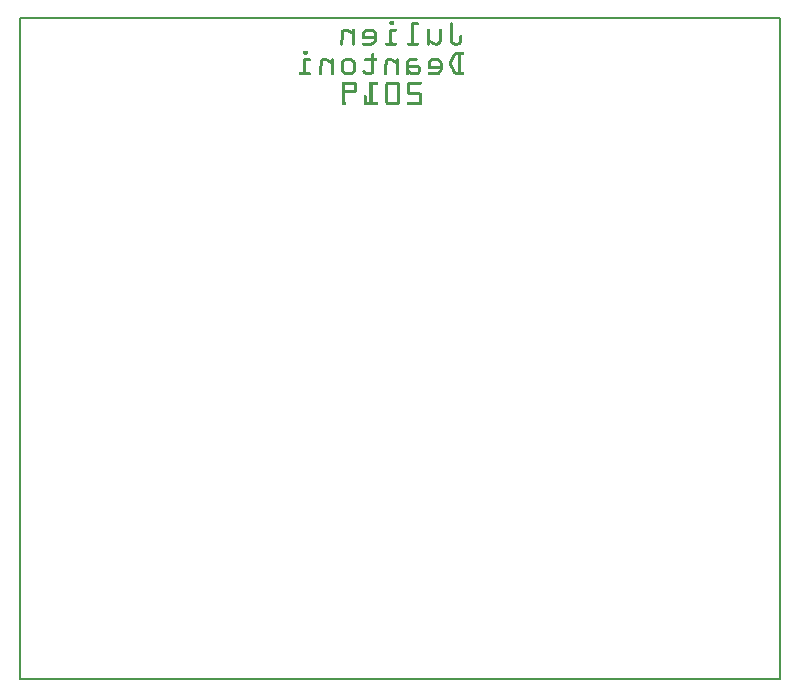
<source format=gbo>
G04 MADE WITH FRITZING*
G04 WWW.FRITZING.ORG*
G04 DOUBLE SIDED*
G04 HOLES PLATED*
G04 CONTOUR ON CENTER OF CONTOUR VECTOR*
%ASAXBY*%
%FSLAX23Y23*%
%MOIN*%
%OFA0B0*%
%SFA1.0B1.0*%
%ADD10R,2.542440X2.211660X2.526440X2.195660*%
%ADD11C,0.008000*%
%ADD12R,0.001000X0.001000*%
%LNSILK0*%
G90*
G70*
G54D11*
X4Y2208D02*
X2538Y2208D01*
X2538Y4D01*
X4Y4D01*
X4Y2208D01*
D02*
G54D12*
X1238Y2197D02*
X1247Y2197D01*
X1237Y2196D02*
X1248Y2196D01*
X1236Y2195D02*
X1249Y2195D01*
X1236Y2194D02*
X1249Y2194D01*
X1235Y2193D02*
X1249Y2193D01*
X1310Y2193D02*
X1329Y2193D01*
X1440Y2193D02*
X1444Y2193D01*
X1235Y2192D02*
X1249Y2192D01*
X1309Y2192D02*
X1330Y2192D01*
X1439Y2192D02*
X1445Y2192D01*
X1235Y2191D02*
X1249Y2191D01*
X1308Y2191D02*
X1331Y2191D01*
X1438Y2191D02*
X1446Y2191D01*
X1235Y2190D02*
X1249Y2190D01*
X1308Y2190D02*
X1331Y2190D01*
X1438Y2190D02*
X1446Y2190D01*
X1235Y2189D02*
X1249Y2189D01*
X1308Y2189D02*
X1332Y2189D01*
X1437Y2189D02*
X1446Y2189D01*
X1236Y2188D02*
X1249Y2188D01*
X1308Y2188D02*
X1332Y2188D01*
X1437Y2188D02*
X1446Y2188D01*
X1236Y2187D02*
X1249Y2187D01*
X1308Y2187D02*
X1331Y2187D01*
X1437Y2187D02*
X1446Y2187D01*
X1236Y2186D02*
X1249Y2186D01*
X1308Y2186D02*
X1331Y2186D01*
X1437Y2186D02*
X1446Y2186D01*
X1237Y2185D02*
X1248Y2185D01*
X1308Y2185D02*
X1330Y2185D01*
X1437Y2185D02*
X1446Y2185D01*
X1239Y2184D02*
X1246Y2184D01*
X1308Y2184D02*
X1328Y2184D01*
X1437Y2184D02*
X1446Y2184D01*
X1308Y2183D02*
X1317Y2183D01*
X1437Y2183D02*
X1446Y2183D01*
X1308Y2182D02*
X1317Y2182D01*
X1437Y2182D02*
X1446Y2182D01*
X1308Y2181D02*
X1317Y2181D01*
X1437Y2181D02*
X1446Y2181D01*
X1308Y2180D02*
X1317Y2180D01*
X1437Y2180D02*
X1446Y2180D01*
X1308Y2179D02*
X1317Y2179D01*
X1437Y2179D02*
X1446Y2179D01*
X1308Y2178D02*
X1317Y2178D01*
X1437Y2178D02*
X1446Y2178D01*
X1308Y2177D02*
X1317Y2177D01*
X1437Y2177D02*
X1446Y2177D01*
X1308Y2176D02*
X1317Y2176D01*
X1437Y2176D02*
X1446Y2176D01*
X1308Y2175D02*
X1317Y2175D01*
X1437Y2175D02*
X1446Y2175D01*
X1308Y2174D02*
X1317Y2174D01*
X1437Y2174D02*
X1446Y2174D01*
X1308Y2173D02*
X1317Y2173D01*
X1437Y2173D02*
X1446Y2173D01*
X1083Y2172D02*
X1096Y2172D01*
X1114Y2172D02*
X1117Y2172D01*
X1158Y2172D02*
X1177Y2172D01*
X1238Y2172D02*
X1256Y2172D01*
X1308Y2172D02*
X1317Y2172D01*
X1363Y2172D02*
X1366Y2172D01*
X1403Y2172D02*
X1406Y2172D01*
X1437Y2172D02*
X1446Y2172D01*
X1081Y2171D02*
X1098Y2171D01*
X1112Y2171D02*
X1118Y2171D01*
X1155Y2171D02*
X1180Y2171D01*
X1237Y2171D02*
X1258Y2171D01*
X1308Y2171D02*
X1317Y2171D01*
X1362Y2171D02*
X1368Y2171D01*
X1401Y2171D02*
X1407Y2171D01*
X1437Y2171D02*
X1446Y2171D01*
X1079Y2170D02*
X1100Y2170D01*
X1111Y2170D02*
X1119Y2170D01*
X1154Y2170D02*
X1182Y2170D01*
X1236Y2170D02*
X1259Y2170D01*
X1308Y2170D02*
X1317Y2170D01*
X1361Y2170D02*
X1368Y2170D01*
X1401Y2170D02*
X1408Y2170D01*
X1437Y2170D02*
X1446Y2170D01*
X1078Y2169D02*
X1102Y2169D01*
X1111Y2169D02*
X1119Y2169D01*
X1152Y2169D02*
X1183Y2169D01*
X1236Y2169D02*
X1259Y2169D01*
X1308Y2169D02*
X1317Y2169D01*
X1360Y2169D02*
X1369Y2169D01*
X1400Y2169D02*
X1409Y2169D01*
X1437Y2169D02*
X1446Y2169D01*
X1077Y2168D02*
X1103Y2168D01*
X1111Y2168D02*
X1120Y2168D01*
X1151Y2168D02*
X1184Y2168D01*
X1235Y2168D02*
X1259Y2168D01*
X1308Y2168D02*
X1317Y2168D01*
X1360Y2168D02*
X1369Y2168D01*
X1400Y2168D02*
X1409Y2168D01*
X1437Y2168D02*
X1446Y2168D01*
X1076Y2167D02*
X1105Y2167D01*
X1111Y2167D02*
X1120Y2167D01*
X1150Y2167D02*
X1185Y2167D01*
X1235Y2167D02*
X1259Y2167D01*
X1308Y2167D02*
X1317Y2167D01*
X1360Y2167D02*
X1369Y2167D01*
X1400Y2167D02*
X1409Y2167D01*
X1437Y2167D02*
X1446Y2167D01*
X1075Y2166D02*
X1107Y2166D01*
X1111Y2166D02*
X1120Y2166D01*
X1149Y2166D02*
X1187Y2166D01*
X1235Y2166D02*
X1259Y2166D01*
X1308Y2166D02*
X1317Y2166D01*
X1360Y2166D02*
X1369Y2166D01*
X1400Y2166D02*
X1409Y2166D01*
X1437Y2166D02*
X1446Y2166D01*
X1074Y2165D02*
X1108Y2165D01*
X1111Y2165D02*
X1120Y2165D01*
X1148Y2165D02*
X1188Y2165D01*
X1235Y2165D02*
X1259Y2165D01*
X1308Y2165D02*
X1317Y2165D01*
X1360Y2165D02*
X1369Y2165D01*
X1400Y2165D02*
X1409Y2165D01*
X1437Y2165D02*
X1446Y2165D01*
X1074Y2164D02*
X1120Y2164D01*
X1147Y2164D02*
X1188Y2164D01*
X1235Y2164D02*
X1258Y2164D01*
X1308Y2164D02*
X1317Y2164D01*
X1360Y2164D02*
X1369Y2164D01*
X1400Y2164D02*
X1409Y2164D01*
X1437Y2164D02*
X1446Y2164D01*
X1073Y2163D02*
X1120Y2163D01*
X1146Y2163D02*
X1189Y2163D01*
X1235Y2163D02*
X1256Y2163D01*
X1308Y2163D02*
X1317Y2163D01*
X1360Y2163D02*
X1369Y2163D01*
X1400Y2163D02*
X1409Y2163D01*
X1437Y2163D02*
X1446Y2163D01*
X1073Y2162D02*
X1084Y2162D01*
X1095Y2162D02*
X1120Y2162D01*
X1145Y2162D02*
X1159Y2162D01*
X1177Y2162D02*
X1190Y2162D01*
X1235Y2162D02*
X1244Y2162D01*
X1308Y2162D02*
X1317Y2162D01*
X1360Y2162D02*
X1369Y2162D01*
X1400Y2162D02*
X1409Y2162D01*
X1437Y2162D02*
X1446Y2162D01*
X1073Y2161D02*
X1083Y2161D01*
X1097Y2161D02*
X1120Y2161D01*
X1145Y2161D02*
X1157Y2161D01*
X1178Y2161D02*
X1190Y2161D01*
X1235Y2161D02*
X1244Y2161D01*
X1308Y2161D02*
X1317Y2161D01*
X1360Y2161D02*
X1369Y2161D01*
X1400Y2161D02*
X1409Y2161D01*
X1437Y2161D02*
X1446Y2161D01*
X1072Y2160D02*
X1082Y2160D01*
X1098Y2160D02*
X1120Y2160D01*
X1144Y2160D02*
X1156Y2160D01*
X1179Y2160D02*
X1191Y2160D01*
X1235Y2160D02*
X1244Y2160D01*
X1308Y2160D02*
X1317Y2160D01*
X1360Y2160D02*
X1369Y2160D01*
X1400Y2160D02*
X1409Y2160D01*
X1437Y2160D02*
X1446Y2160D01*
X1072Y2159D02*
X1082Y2159D01*
X1100Y2159D02*
X1120Y2159D01*
X1144Y2159D02*
X1155Y2159D01*
X1180Y2159D02*
X1191Y2159D01*
X1235Y2159D02*
X1244Y2159D01*
X1308Y2159D02*
X1317Y2159D01*
X1360Y2159D02*
X1369Y2159D01*
X1400Y2159D02*
X1409Y2159D01*
X1437Y2159D02*
X1446Y2159D01*
X1072Y2158D02*
X1081Y2158D01*
X1101Y2158D02*
X1120Y2158D01*
X1144Y2158D02*
X1154Y2158D01*
X1181Y2158D02*
X1192Y2158D01*
X1235Y2158D02*
X1244Y2158D01*
X1308Y2158D02*
X1317Y2158D01*
X1360Y2158D02*
X1369Y2158D01*
X1400Y2158D02*
X1409Y2158D01*
X1437Y2158D02*
X1446Y2158D01*
X1072Y2157D02*
X1081Y2157D01*
X1103Y2157D02*
X1120Y2157D01*
X1143Y2157D02*
X1153Y2157D01*
X1182Y2157D02*
X1192Y2157D01*
X1235Y2157D02*
X1244Y2157D01*
X1308Y2157D02*
X1317Y2157D01*
X1360Y2157D02*
X1369Y2157D01*
X1399Y2157D02*
X1409Y2157D01*
X1437Y2157D02*
X1446Y2157D01*
X1072Y2156D02*
X1081Y2156D01*
X1104Y2156D02*
X1120Y2156D01*
X1143Y2156D02*
X1153Y2156D01*
X1183Y2156D02*
X1192Y2156D01*
X1235Y2156D02*
X1244Y2156D01*
X1308Y2156D02*
X1317Y2156D01*
X1360Y2156D02*
X1369Y2156D01*
X1399Y2156D02*
X1408Y2156D01*
X1437Y2156D02*
X1446Y2156D01*
X1072Y2155D02*
X1081Y2155D01*
X1106Y2155D02*
X1120Y2155D01*
X1143Y2155D02*
X1152Y2155D01*
X1183Y2155D02*
X1192Y2155D01*
X1235Y2155D02*
X1244Y2155D01*
X1308Y2155D02*
X1317Y2155D01*
X1360Y2155D02*
X1369Y2155D01*
X1399Y2155D02*
X1408Y2155D01*
X1437Y2155D02*
X1446Y2155D01*
X1072Y2154D02*
X1081Y2154D01*
X1107Y2154D02*
X1120Y2154D01*
X1143Y2154D02*
X1152Y2154D01*
X1183Y2154D02*
X1192Y2154D01*
X1235Y2154D02*
X1244Y2154D01*
X1308Y2154D02*
X1317Y2154D01*
X1360Y2154D02*
X1369Y2154D01*
X1399Y2154D02*
X1408Y2154D01*
X1437Y2154D02*
X1446Y2154D01*
X1072Y2153D02*
X1081Y2153D01*
X1109Y2153D02*
X1120Y2153D01*
X1143Y2153D02*
X1152Y2153D01*
X1183Y2153D02*
X1192Y2153D01*
X1235Y2153D02*
X1244Y2153D01*
X1308Y2153D02*
X1317Y2153D01*
X1360Y2153D02*
X1369Y2153D01*
X1399Y2153D02*
X1408Y2153D01*
X1437Y2153D02*
X1446Y2153D01*
X1072Y2152D02*
X1081Y2152D01*
X1110Y2152D02*
X1120Y2152D01*
X1143Y2152D02*
X1152Y2152D01*
X1183Y2152D02*
X1192Y2152D01*
X1235Y2152D02*
X1244Y2152D01*
X1308Y2152D02*
X1317Y2152D01*
X1360Y2152D02*
X1369Y2152D01*
X1399Y2152D02*
X1408Y2152D01*
X1437Y2152D02*
X1446Y2152D01*
X1072Y2151D02*
X1081Y2151D01*
X1111Y2151D02*
X1120Y2151D01*
X1143Y2151D02*
X1152Y2151D01*
X1183Y2151D02*
X1192Y2151D01*
X1235Y2151D02*
X1244Y2151D01*
X1308Y2151D02*
X1317Y2151D01*
X1360Y2151D02*
X1369Y2151D01*
X1399Y2151D02*
X1408Y2151D01*
X1437Y2151D02*
X1446Y2151D01*
X1470Y2151D02*
X1473Y2151D01*
X1072Y2150D02*
X1081Y2150D01*
X1111Y2150D02*
X1120Y2150D01*
X1143Y2150D02*
X1152Y2150D01*
X1183Y2150D02*
X1192Y2150D01*
X1235Y2150D02*
X1244Y2150D01*
X1308Y2150D02*
X1317Y2150D01*
X1360Y2150D02*
X1369Y2150D01*
X1399Y2150D02*
X1408Y2150D01*
X1437Y2150D02*
X1446Y2150D01*
X1469Y2150D02*
X1475Y2150D01*
X1072Y2149D02*
X1081Y2149D01*
X1111Y2149D02*
X1120Y2149D01*
X1143Y2149D02*
X1152Y2149D01*
X1183Y2149D02*
X1192Y2149D01*
X1235Y2149D02*
X1244Y2149D01*
X1308Y2149D02*
X1317Y2149D01*
X1360Y2149D02*
X1369Y2149D01*
X1399Y2149D02*
X1408Y2149D01*
X1437Y2149D02*
X1446Y2149D01*
X1468Y2149D02*
X1475Y2149D01*
X1072Y2148D02*
X1081Y2148D01*
X1111Y2148D02*
X1120Y2148D01*
X1143Y2148D02*
X1152Y2148D01*
X1183Y2148D02*
X1192Y2148D01*
X1235Y2148D02*
X1244Y2148D01*
X1308Y2148D02*
X1317Y2148D01*
X1360Y2148D02*
X1369Y2148D01*
X1399Y2148D02*
X1408Y2148D01*
X1437Y2148D02*
X1446Y2148D01*
X1467Y2148D02*
X1476Y2148D01*
X1072Y2147D02*
X1081Y2147D01*
X1111Y2147D02*
X1120Y2147D01*
X1143Y2147D02*
X1192Y2147D01*
X1235Y2147D02*
X1244Y2147D01*
X1308Y2147D02*
X1317Y2147D01*
X1360Y2147D02*
X1369Y2147D01*
X1399Y2147D02*
X1408Y2147D01*
X1437Y2147D02*
X1446Y2147D01*
X1467Y2147D02*
X1476Y2147D01*
X1072Y2146D02*
X1081Y2146D01*
X1111Y2146D02*
X1120Y2146D01*
X1143Y2146D02*
X1192Y2146D01*
X1235Y2146D02*
X1244Y2146D01*
X1308Y2146D02*
X1317Y2146D01*
X1360Y2146D02*
X1369Y2146D01*
X1399Y2146D02*
X1408Y2146D01*
X1437Y2146D02*
X1446Y2146D01*
X1467Y2146D02*
X1476Y2146D01*
X1072Y2145D02*
X1081Y2145D01*
X1111Y2145D02*
X1120Y2145D01*
X1143Y2145D02*
X1192Y2145D01*
X1235Y2145D02*
X1244Y2145D01*
X1308Y2145D02*
X1317Y2145D01*
X1360Y2145D02*
X1369Y2145D01*
X1399Y2145D02*
X1408Y2145D01*
X1437Y2145D02*
X1446Y2145D01*
X1467Y2145D02*
X1476Y2145D01*
X1072Y2144D02*
X1081Y2144D01*
X1111Y2144D02*
X1120Y2144D01*
X1143Y2144D02*
X1192Y2144D01*
X1235Y2144D02*
X1244Y2144D01*
X1308Y2144D02*
X1317Y2144D01*
X1360Y2144D02*
X1369Y2144D01*
X1399Y2144D02*
X1408Y2144D01*
X1437Y2144D02*
X1446Y2144D01*
X1467Y2144D02*
X1476Y2144D01*
X1072Y2143D02*
X1081Y2143D01*
X1111Y2143D02*
X1120Y2143D01*
X1143Y2143D02*
X1192Y2143D01*
X1235Y2143D02*
X1244Y2143D01*
X1308Y2143D02*
X1317Y2143D01*
X1360Y2143D02*
X1369Y2143D01*
X1399Y2143D02*
X1408Y2143D01*
X1437Y2143D02*
X1446Y2143D01*
X1467Y2143D02*
X1476Y2143D01*
X1072Y2142D02*
X1081Y2142D01*
X1111Y2142D02*
X1120Y2142D01*
X1143Y2142D02*
X1192Y2142D01*
X1235Y2142D02*
X1244Y2142D01*
X1308Y2142D02*
X1317Y2142D01*
X1360Y2142D02*
X1369Y2142D01*
X1399Y2142D02*
X1408Y2142D01*
X1437Y2142D02*
X1446Y2142D01*
X1467Y2142D02*
X1476Y2142D01*
X1072Y2141D02*
X1081Y2141D01*
X1111Y2141D02*
X1120Y2141D01*
X1143Y2141D02*
X1192Y2141D01*
X1235Y2141D02*
X1244Y2141D01*
X1308Y2141D02*
X1317Y2141D01*
X1360Y2141D02*
X1369Y2141D01*
X1399Y2141D02*
X1408Y2141D01*
X1437Y2141D02*
X1446Y2141D01*
X1467Y2141D02*
X1476Y2141D01*
X1072Y2140D02*
X1081Y2140D01*
X1111Y2140D02*
X1120Y2140D01*
X1144Y2140D02*
X1192Y2140D01*
X1235Y2140D02*
X1244Y2140D01*
X1308Y2140D02*
X1317Y2140D01*
X1360Y2140D02*
X1369Y2140D01*
X1399Y2140D02*
X1408Y2140D01*
X1437Y2140D02*
X1446Y2140D01*
X1467Y2140D02*
X1476Y2140D01*
X1072Y2139D02*
X1081Y2139D01*
X1111Y2139D02*
X1120Y2139D01*
X1144Y2139D02*
X1192Y2139D01*
X1235Y2139D02*
X1244Y2139D01*
X1308Y2139D02*
X1317Y2139D01*
X1360Y2139D02*
X1369Y2139D01*
X1399Y2139D02*
X1408Y2139D01*
X1437Y2139D02*
X1446Y2139D01*
X1467Y2139D02*
X1476Y2139D01*
X1072Y2138D02*
X1081Y2138D01*
X1111Y2138D02*
X1120Y2138D01*
X1145Y2138D02*
X1192Y2138D01*
X1235Y2138D02*
X1244Y2138D01*
X1308Y2138D02*
X1317Y2138D01*
X1360Y2138D02*
X1369Y2138D01*
X1399Y2138D02*
X1408Y2138D01*
X1437Y2138D02*
X1446Y2138D01*
X1467Y2138D02*
X1476Y2138D01*
X1072Y2137D02*
X1081Y2137D01*
X1111Y2137D02*
X1120Y2137D01*
X1148Y2137D02*
X1192Y2137D01*
X1235Y2137D02*
X1244Y2137D01*
X1308Y2137D02*
X1317Y2137D01*
X1360Y2137D02*
X1369Y2137D01*
X1399Y2137D02*
X1408Y2137D01*
X1437Y2137D02*
X1446Y2137D01*
X1467Y2137D02*
X1476Y2137D01*
X1072Y2136D02*
X1081Y2136D01*
X1111Y2136D02*
X1120Y2136D01*
X1183Y2136D02*
X1192Y2136D01*
X1235Y2136D02*
X1244Y2136D01*
X1308Y2136D02*
X1317Y2136D01*
X1360Y2136D02*
X1370Y2136D01*
X1399Y2136D02*
X1408Y2136D01*
X1437Y2136D02*
X1446Y2136D01*
X1467Y2136D02*
X1476Y2136D01*
X1071Y2135D02*
X1081Y2135D01*
X1111Y2135D02*
X1120Y2135D01*
X1183Y2135D02*
X1192Y2135D01*
X1235Y2135D02*
X1244Y2135D01*
X1308Y2135D02*
X1317Y2135D01*
X1360Y2135D02*
X1371Y2135D01*
X1399Y2135D02*
X1408Y2135D01*
X1437Y2135D02*
X1446Y2135D01*
X1467Y2135D02*
X1476Y2135D01*
X1071Y2134D02*
X1080Y2134D01*
X1111Y2134D02*
X1120Y2134D01*
X1183Y2134D02*
X1192Y2134D01*
X1235Y2134D02*
X1244Y2134D01*
X1308Y2134D02*
X1317Y2134D01*
X1360Y2134D02*
X1373Y2134D01*
X1399Y2134D02*
X1408Y2134D01*
X1437Y2134D02*
X1446Y2134D01*
X1467Y2134D02*
X1476Y2134D01*
X1071Y2133D02*
X1080Y2133D01*
X1111Y2133D02*
X1120Y2133D01*
X1183Y2133D02*
X1192Y2133D01*
X1235Y2133D02*
X1244Y2133D01*
X1308Y2133D02*
X1317Y2133D01*
X1360Y2133D02*
X1374Y2133D01*
X1399Y2133D02*
X1408Y2133D01*
X1437Y2133D02*
X1446Y2133D01*
X1467Y2133D02*
X1476Y2133D01*
X1071Y2132D02*
X1080Y2132D01*
X1111Y2132D02*
X1120Y2132D01*
X1182Y2132D02*
X1192Y2132D01*
X1235Y2132D02*
X1244Y2132D01*
X1308Y2132D02*
X1317Y2132D01*
X1360Y2132D02*
X1376Y2132D01*
X1399Y2132D02*
X1408Y2132D01*
X1437Y2132D02*
X1446Y2132D01*
X1467Y2132D02*
X1476Y2132D01*
X1071Y2131D02*
X1080Y2131D01*
X1111Y2131D02*
X1120Y2131D01*
X1182Y2131D02*
X1192Y2131D01*
X1235Y2131D02*
X1244Y2131D01*
X1308Y2131D02*
X1317Y2131D01*
X1360Y2131D02*
X1377Y2131D01*
X1399Y2131D02*
X1408Y2131D01*
X1437Y2131D02*
X1446Y2131D01*
X1467Y2131D02*
X1476Y2131D01*
X1071Y2130D02*
X1080Y2130D01*
X1111Y2130D02*
X1120Y2130D01*
X1181Y2130D02*
X1192Y2130D01*
X1235Y2130D02*
X1244Y2130D01*
X1308Y2130D02*
X1317Y2130D01*
X1360Y2130D02*
X1379Y2130D01*
X1398Y2130D02*
X1408Y2130D01*
X1437Y2130D02*
X1447Y2130D01*
X1467Y2130D02*
X1476Y2130D01*
X1071Y2129D02*
X1080Y2129D01*
X1111Y2129D02*
X1120Y2129D01*
X1180Y2129D02*
X1191Y2129D01*
X1235Y2129D02*
X1244Y2129D01*
X1308Y2129D02*
X1317Y2129D01*
X1360Y2129D02*
X1381Y2129D01*
X1398Y2129D02*
X1408Y2129D01*
X1438Y2129D02*
X1447Y2129D01*
X1467Y2129D02*
X1476Y2129D01*
X1071Y2128D02*
X1080Y2128D01*
X1111Y2128D02*
X1120Y2128D01*
X1179Y2128D02*
X1191Y2128D01*
X1235Y2128D02*
X1244Y2128D01*
X1308Y2128D02*
X1317Y2128D01*
X1360Y2128D02*
X1382Y2128D01*
X1398Y2128D02*
X1407Y2128D01*
X1438Y2128D02*
X1448Y2128D01*
X1466Y2128D02*
X1476Y2128D01*
X1071Y2127D02*
X1080Y2127D01*
X1111Y2127D02*
X1120Y2127D01*
X1177Y2127D02*
X1190Y2127D01*
X1235Y2127D02*
X1244Y2127D01*
X1308Y2127D02*
X1317Y2127D01*
X1360Y2127D02*
X1384Y2127D01*
X1397Y2127D02*
X1407Y2127D01*
X1438Y2127D02*
X1448Y2127D01*
X1465Y2127D02*
X1476Y2127D01*
X1071Y2126D02*
X1080Y2126D01*
X1111Y2126D02*
X1120Y2126D01*
X1175Y2126D02*
X1190Y2126D01*
X1235Y2126D02*
X1245Y2126D01*
X1307Y2126D02*
X1317Y2126D01*
X1360Y2126D02*
X1385Y2126D01*
X1394Y2126D02*
X1407Y2126D01*
X1438Y2126D02*
X1451Y2126D01*
X1463Y2126D02*
X1475Y2126D01*
X1071Y2125D02*
X1080Y2125D01*
X1111Y2125D02*
X1120Y2125D01*
X1146Y2125D02*
X1189Y2125D01*
X1223Y2125D02*
X1257Y2125D01*
X1295Y2125D02*
X1329Y2125D01*
X1360Y2125D02*
X1407Y2125D01*
X1439Y2125D02*
X1475Y2125D01*
X1071Y2124D02*
X1080Y2124D01*
X1111Y2124D02*
X1120Y2124D01*
X1144Y2124D02*
X1188Y2124D01*
X1222Y2124D02*
X1258Y2124D01*
X1294Y2124D02*
X1330Y2124D01*
X1360Y2124D02*
X1406Y2124D01*
X1439Y2124D02*
X1474Y2124D01*
X1071Y2123D02*
X1080Y2123D01*
X1111Y2123D02*
X1120Y2123D01*
X1144Y2123D02*
X1187Y2123D01*
X1221Y2123D02*
X1259Y2123D01*
X1293Y2123D02*
X1331Y2123D01*
X1360Y2123D02*
X1369Y2123D01*
X1372Y2123D02*
X1405Y2123D01*
X1440Y2123D02*
X1474Y2123D01*
X1071Y2122D02*
X1080Y2122D01*
X1111Y2122D02*
X1120Y2122D01*
X1143Y2122D02*
X1186Y2122D01*
X1221Y2122D02*
X1259Y2122D01*
X1293Y2122D02*
X1331Y2122D01*
X1360Y2122D02*
X1369Y2122D01*
X1374Y2122D02*
X1405Y2122D01*
X1440Y2122D02*
X1473Y2122D01*
X1071Y2121D02*
X1080Y2121D01*
X1111Y2121D02*
X1120Y2121D01*
X1143Y2121D02*
X1185Y2121D01*
X1221Y2121D02*
X1259Y2121D01*
X1293Y2121D02*
X1332Y2121D01*
X1360Y2121D02*
X1369Y2121D01*
X1375Y2121D02*
X1404Y2121D01*
X1441Y2121D02*
X1472Y2121D01*
X1071Y2120D02*
X1080Y2120D01*
X1111Y2120D02*
X1120Y2120D01*
X1143Y2120D02*
X1184Y2120D01*
X1221Y2120D02*
X1259Y2120D01*
X1293Y2120D02*
X1332Y2120D01*
X1360Y2120D02*
X1369Y2120D01*
X1377Y2120D02*
X1403Y2120D01*
X1442Y2120D02*
X1471Y2120D01*
X1071Y2119D02*
X1080Y2119D01*
X1111Y2119D02*
X1119Y2119D01*
X1144Y2119D02*
X1183Y2119D01*
X1221Y2119D02*
X1259Y2119D01*
X1293Y2119D02*
X1331Y2119D01*
X1360Y2119D02*
X1369Y2119D01*
X1379Y2119D02*
X1402Y2119D01*
X1443Y2119D02*
X1470Y2119D01*
X1072Y2118D02*
X1079Y2118D01*
X1112Y2118D02*
X1119Y2118D01*
X1144Y2118D02*
X1181Y2118D01*
X1221Y2118D02*
X1258Y2118D01*
X1294Y2118D02*
X1331Y2118D01*
X1361Y2118D02*
X1368Y2118D01*
X1380Y2118D02*
X1400Y2118D01*
X1445Y2118D02*
X1469Y2118D01*
X1073Y2117D02*
X1078Y2117D01*
X1113Y2117D02*
X1118Y2117D01*
X1145Y2117D02*
X1179Y2117D01*
X1222Y2117D02*
X1257Y2117D01*
X1295Y2117D02*
X1330Y2117D01*
X1362Y2117D02*
X1367Y2117D01*
X1382Y2117D02*
X1399Y2117D01*
X1447Y2117D02*
X1467Y2117D01*
X1075Y2116D02*
X1076Y2116D01*
X1115Y2116D02*
X1116Y2116D01*
X1147Y2116D02*
X1176Y2116D01*
X1224Y2116D02*
X1256Y2116D01*
X1297Y2116D02*
X1328Y2116D01*
X1364Y2116D02*
X1365Y2116D01*
X1386Y2116D02*
X1395Y2116D01*
X1450Y2116D02*
X1464Y2116D01*
X951Y2099D02*
X959Y2099D01*
X950Y2098D02*
X961Y2098D01*
X949Y2097D02*
X961Y2097D01*
X948Y2096D02*
X962Y2096D01*
X948Y2095D02*
X962Y2095D01*
X1457Y2095D02*
X1480Y2095D01*
X948Y2094D02*
X962Y2094D01*
X1454Y2094D02*
X1481Y2094D01*
X948Y2093D02*
X962Y2093D01*
X1453Y2093D02*
X1482Y2093D01*
X948Y2092D02*
X962Y2092D01*
X1451Y2092D02*
X1483Y2092D01*
X948Y2091D02*
X962Y2091D01*
X1179Y2091D02*
X1180Y2091D01*
X1450Y2091D02*
X1483Y2091D01*
X948Y2090D02*
X962Y2090D01*
X1177Y2090D02*
X1182Y2090D01*
X1449Y2090D02*
X1483Y2090D01*
X948Y2089D02*
X962Y2089D01*
X1176Y2089D02*
X1183Y2089D01*
X1448Y2089D02*
X1483Y2089D01*
X949Y2088D02*
X962Y2088D01*
X1175Y2088D02*
X1184Y2088D01*
X1448Y2088D02*
X1482Y2088D01*
X949Y2087D02*
X961Y2087D01*
X1175Y2087D02*
X1184Y2087D01*
X1447Y2087D02*
X1482Y2087D01*
X951Y2086D02*
X960Y2086D01*
X1175Y2086D02*
X1184Y2086D01*
X1446Y2086D02*
X1481Y2086D01*
X1175Y2085D02*
X1184Y2085D01*
X1446Y2085D02*
X1458Y2085D01*
X1464Y2085D02*
X1473Y2085D01*
X1175Y2084D02*
X1184Y2084D01*
X1445Y2084D02*
X1456Y2084D01*
X1464Y2084D02*
X1473Y2084D01*
X1175Y2083D02*
X1184Y2083D01*
X1445Y2083D02*
X1455Y2083D01*
X1464Y2083D02*
X1473Y2083D01*
X1175Y2082D02*
X1184Y2082D01*
X1444Y2082D02*
X1455Y2082D01*
X1464Y2082D02*
X1473Y2082D01*
X1175Y2081D02*
X1184Y2081D01*
X1444Y2081D02*
X1454Y2081D01*
X1464Y2081D02*
X1473Y2081D01*
X1175Y2080D02*
X1184Y2080D01*
X1443Y2080D02*
X1454Y2080D01*
X1464Y2080D02*
X1473Y2080D01*
X1175Y2079D02*
X1184Y2079D01*
X1443Y2079D02*
X1453Y2079D01*
X1464Y2079D02*
X1473Y2079D01*
X1175Y2078D02*
X1184Y2078D01*
X1442Y2078D02*
X1453Y2078D01*
X1464Y2078D02*
X1473Y2078D01*
X1175Y2077D02*
X1184Y2077D01*
X1442Y2077D02*
X1452Y2077D01*
X1464Y2077D02*
X1473Y2077D01*
X1175Y2076D02*
X1184Y2076D01*
X1441Y2076D02*
X1452Y2076D01*
X1464Y2076D02*
X1473Y2076D01*
X1175Y2075D02*
X1184Y2075D01*
X1441Y2075D02*
X1451Y2075D01*
X1464Y2075D02*
X1473Y2075D01*
X952Y2074D02*
X968Y2074D01*
X1015Y2074D02*
X1023Y2074D01*
X1045Y2074D02*
X1045Y2074D01*
X1089Y2074D02*
X1104Y2074D01*
X1155Y2074D02*
X1190Y2074D01*
X1232Y2074D02*
X1240Y2074D01*
X1261Y2074D02*
X1262Y2074D01*
X1305Y2074D02*
X1324Y2074D01*
X1379Y2074D02*
X1394Y2074D01*
X1440Y2074D02*
X1451Y2074D01*
X1464Y2074D02*
X1473Y2074D01*
X950Y2073D02*
X970Y2073D01*
X1011Y2073D02*
X1027Y2073D01*
X1042Y2073D02*
X1047Y2073D01*
X1086Y2073D02*
X1109Y2073D01*
X1152Y2073D02*
X1192Y2073D01*
X1228Y2073D02*
X1244Y2073D01*
X1259Y2073D02*
X1264Y2073D01*
X1300Y2073D02*
X1327Y2073D01*
X1375Y2073D02*
X1398Y2073D01*
X1440Y2073D02*
X1450Y2073D01*
X1464Y2073D02*
X1473Y2073D01*
X949Y2072D02*
X971Y2072D01*
X1009Y2072D02*
X1029Y2072D01*
X1041Y2072D02*
X1048Y2072D01*
X1084Y2072D02*
X1111Y2072D01*
X1151Y2072D02*
X1193Y2072D01*
X1226Y2072D02*
X1246Y2072D01*
X1258Y2072D02*
X1265Y2072D01*
X1298Y2072D02*
X1328Y2072D01*
X1373Y2072D02*
X1400Y2072D01*
X1439Y2072D02*
X1450Y2072D01*
X1464Y2072D02*
X1473Y2072D01*
X949Y2071D02*
X972Y2071D01*
X1008Y2071D02*
X1031Y2071D01*
X1041Y2071D02*
X1049Y2071D01*
X1082Y2071D02*
X1112Y2071D01*
X1151Y2071D02*
X1193Y2071D01*
X1225Y2071D02*
X1248Y2071D01*
X1258Y2071D02*
X1266Y2071D01*
X1297Y2071D02*
X1328Y2071D01*
X1372Y2071D02*
X1401Y2071D01*
X1439Y2071D02*
X1449Y2071D01*
X1464Y2071D02*
X1473Y2071D01*
X948Y2070D02*
X972Y2070D01*
X1007Y2070D02*
X1032Y2070D01*
X1040Y2070D02*
X1049Y2070D01*
X1081Y2070D02*
X1113Y2070D01*
X1150Y2070D02*
X1194Y2070D01*
X1223Y2070D02*
X1249Y2070D01*
X1257Y2070D02*
X1266Y2070D01*
X1296Y2070D02*
X1328Y2070D01*
X1370Y2070D02*
X1402Y2070D01*
X1438Y2070D02*
X1449Y2070D01*
X1464Y2070D02*
X1473Y2070D01*
X948Y2069D02*
X972Y2069D01*
X1006Y2069D02*
X1034Y2069D01*
X1040Y2069D02*
X1049Y2069D01*
X1080Y2069D02*
X1114Y2069D01*
X1150Y2069D02*
X1194Y2069D01*
X1222Y2069D02*
X1251Y2069D01*
X1257Y2069D02*
X1266Y2069D01*
X1295Y2069D02*
X1328Y2069D01*
X1369Y2069D02*
X1404Y2069D01*
X1438Y2069D02*
X1448Y2069D01*
X1464Y2069D02*
X1473Y2069D01*
X948Y2068D02*
X972Y2068D01*
X1005Y2068D02*
X1035Y2068D01*
X1040Y2068D02*
X1049Y2068D01*
X1079Y2068D02*
X1116Y2068D01*
X1150Y2068D02*
X1194Y2068D01*
X1222Y2068D02*
X1252Y2068D01*
X1257Y2068D02*
X1266Y2068D01*
X1294Y2068D02*
X1328Y2068D01*
X1368Y2068D02*
X1405Y2068D01*
X1437Y2068D02*
X1448Y2068D01*
X1464Y2068D02*
X1473Y2068D01*
X948Y2067D02*
X972Y2067D01*
X1004Y2067D02*
X1037Y2067D01*
X1040Y2067D02*
X1049Y2067D01*
X1078Y2067D02*
X1117Y2067D01*
X1151Y2067D02*
X1193Y2067D01*
X1221Y2067D02*
X1254Y2067D01*
X1257Y2067D02*
X1266Y2067D01*
X1293Y2067D02*
X1328Y2067D01*
X1367Y2067D02*
X1406Y2067D01*
X1437Y2067D02*
X1447Y2067D01*
X1464Y2067D02*
X1473Y2067D01*
X948Y2066D02*
X971Y2066D01*
X1004Y2066D02*
X1049Y2066D01*
X1077Y2066D02*
X1118Y2066D01*
X1151Y2066D02*
X1193Y2066D01*
X1220Y2066D02*
X1255Y2066D01*
X1257Y2066D02*
X1266Y2066D01*
X1293Y2066D02*
X1327Y2066D01*
X1366Y2066D02*
X1407Y2066D01*
X1436Y2066D02*
X1447Y2066D01*
X1464Y2066D02*
X1473Y2066D01*
X948Y2065D02*
X970Y2065D01*
X1003Y2065D02*
X1049Y2065D01*
X1076Y2065D02*
X1118Y2065D01*
X1152Y2065D02*
X1192Y2065D01*
X1220Y2065D02*
X1266Y2065D01*
X1292Y2065D02*
X1326Y2065D01*
X1365Y2065D02*
X1408Y2065D01*
X1436Y2065D02*
X1446Y2065D01*
X1464Y2065D02*
X1473Y2065D01*
X948Y2064D02*
X958Y2064D01*
X1003Y2064D02*
X1016Y2064D01*
X1024Y2064D02*
X1049Y2064D01*
X1075Y2064D02*
X1090Y2064D01*
X1104Y2064D02*
X1119Y2064D01*
X1174Y2064D02*
X1184Y2064D01*
X1220Y2064D02*
X1233Y2064D01*
X1241Y2064D02*
X1266Y2064D01*
X1292Y2064D02*
X1305Y2064D01*
X1364Y2064D02*
X1379Y2064D01*
X1393Y2064D02*
X1408Y2064D01*
X1436Y2064D02*
X1446Y2064D01*
X1464Y2064D02*
X1473Y2064D01*
X948Y2063D02*
X957Y2063D01*
X1002Y2063D02*
X1013Y2063D01*
X1026Y2063D02*
X1049Y2063D01*
X1075Y2063D02*
X1087Y2063D01*
X1107Y2063D02*
X1120Y2063D01*
X1175Y2063D02*
X1184Y2063D01*
X1219Y2063D02*
X1230Y2063D01*
X1242Y2063D02*
X1266Y2063D01*
X1291Y2063D02*
X1302Y2063D01*
X1364Y2063D02*
X1376Y2063D01*
X1396Y2063D02*
X1409Y2063D01*
X1435Y2063D02*
X1445Y2063D01*
X1464Y2063D02*
X1473Y2063D01*
X948Y2062D02*
X957Y2062D01*
X1002Y2062D02*
X1012Y2062D01*
X1027Y2062D02*
X1049Y2062D01*
X1074Y2062D02*
X1086Y2062D01*
X1108Y2062D02*
X1120Y2062D01*
X1175Y2062D02*
X1184Y2062D01*
X1219Y2062D02*
X1229Y2062D01*
X1244Y2062D02*
X1266Y2062D01*
X1291Y2062D02*
X1301Y2062D01*
X1363Y2062D02*
X1375Y2062D01*
X1397Y2062D02*
X1409Y2062D01*
X1435Y2062D02*
X1445Y2062D01*
X1464Y2062D02*
X1473Y2062D01*
X948Y2061D02*
X957Y2061D01*
X1002Y2061D02*
X1011Y2061D01*
X1029Y2061D02*
X1049Y2061D01*
X1074Y2061D02*
X1085Y2061D01*
X1109Y2061D02*
X1121Y2061D01*
X1175Y2061D02*
X1184Y2061D01*
X1219Y2061D02*
X1228Y2061D01*
X1245Y2061D02*
X1266Y2061D01*
X1291Y2061D02*
X1301Y2061D01*
X1363Y2061D02*
X1374Y2061D01*
X1399Y2061D02*
X1410Y2061D01*
X1435Y2061D02*
X1444Y2061D01*
X1464Y2061D02*
X1473Y2061D01*
X948Y2060D02*
X957Y2060D01*
X1002Y2060D02*
X1011Y2060D01*
X1030Y2060D02*
X1049Y2060D01*
X1073Y2060D02*
X1084Y2060D01*
X1111Y2060D02*
X1121Y2060D01*
X1175Y2060D02*
X1184Y2060D01*
X1219Y2060D02*
X1228Y2060D01*
X1247Y2060D02*
X1266Y2060D01*
X1291Y2060D02*
X1300Y2060D01*
X1362Y2060D02*
X1373Y2060D01*
X1400Y2060D02*
X1410Y2060D01*
X1435Y2060D02*
X1444Y2060D01*
X1464Y2060D02*
X1473Y2060D01*
X948Y2059D02*
X957Y2059D01*
X1002Y2059D02*
X1011Y2059D01*
X1032Y2059D02*
X1049Y2059D01*
X1073Y2059D02*
X1083Y2059D01*
X1111Y2059D02*
X1121Y2059D01*
X1175Y2059D02*
X1184Y2059D01*
X1219Y2059D02*
X1228Y2059D01*
X1249Y2059D02*
X1266Y2059D01*
X1291Y2059D02*
X1300Y2059D01*
X1362Y2059D02*
X1372Y2059D01*
X1401Y2059D02*
X1410Y2059D01*
X1434Y2059D02*
X1444Y2059D01*
X1464Y2059D02*
X1473Y2059D01*
X948Y2058D02*
X957Y2058D01*
X1002Y2058D02*
X1011Y2058D01*
X1033Y2058D02*
X1049Y2058D01*
X1073Y2058D02*
X1082Y2058D01*
X1112Y2058D02*
X1121Y2058D01*
X1175Y2058D02*
X1184Y2058D01*
X1219Y2058D02*
X1228Y2058D01*
X1250Y2058D02*
X1266Y2058D01*
X1291Y2058D02*
X1300Y2058D01*
X1362Y2058D02*
X1372Y2058D01*
X1401Y2058D02*
X1410Y2058D01*
X1434Y2058D02*
X1444Y2058D01*
X1464Y2058D02*
X1473Y2058D01*
X948Y2057D02*
X957Y2057D01*
X1002Y2057D02*
X1011Y2057D01*
X1035Y2057D02*
X1049Y2057D01*
X1073Y2057D02*
X1082Y2057D01*
X1112Y2057D02*
X1121Y2057D01*
X1175Y2057D02*
X1184Y2057D01*
X1219Y2057D02*
X1228Y2057D01*
X1252Y2057D02*
X1266Y2057D01*
X1291Y2057D02*
X1300Y2057D01*
X1362Y2057D02*
X1371Y2057D01*
X1402Y2057D02*
X1411Y2057D01*
X1434Y2057D02*
X1443Y2057D01*
X1464Y2057D02*
X1473Y2057D01*
X948Y2056D02*
X957Y2056D01*
X1002Y2056D02*
X1011Y2056D01*
X1036Y2056D02*
X1049Y2056D01*
X1073Y2056D02*
X1082Y2056D01*
X1112Y2056D02*
X1122Y2056D01*
X1175Y2056D02*
X1184Y2056D01*
X1219Y2056D02*
X1228Y2056D01*
X1253Y2056D02*
X1266Y2056D01*
X1291Y2056D02*
X1300Y2056D01*
X1362Y2056D02*
X1371Y2056D01*
X1402Y2056D02*
X1411Y2056D01*
X1434Y2056D02*
X1443Y2056D01*
X1464Y2056D02*
X1473Y2056D01*
X948Y2055D02*
X957Y2055D01*
X1002Y2055D02*
X1011Y2055D01*
X1038Y2055D02*
X1049Y2055D01*
X1073Y2055D02*
X1082Y2055D01*
X1112Y2055D02*
X1122Y2055D01*
X1175Y2055D02*
X1184Y2055D01*
X1219Y2055D02*
X1228Y2055D01*
X1255Y2055D02*
X1266Y2055D01*
X1291Y2055D02*
X1300Y2055D01*
X1362Y2055D02*
X1371Y2055D01*
X1402Y2055D02*
X1411Y2055D01*
X1434Y2055D02*
X1443Y2055D01*
X1464Y2055D02*
X1473Y2055D01*
X948Y2054D02*
X957Y2054D01*
X1002Y2054D02*
X1011Y2054D01*
X1039Y2054D02*
X1049Y2054D01*
X1073Y2054D02*
X1082Y2054D01*
X1112Y2054D02*
X1122Y2054D01*
X1175Y2054D02*
X1184Y2054D01*
X1218Y2054D02*
X1228Y2054D01*
X1256Y2054D02*
X1266Y2054D01*
X1291Y2054D02*
X1300Y2054D01*
X1362Y2054D02*
X1371Y2054D01*
X1402Y2054D02*
X1411Y2054D01*
X1434Y2054D02*
X1444Y2054D01*
X1464Y2054D02*
X1473Y2054D01*
X948Y2053D02*
X957Y2053D01*
X1002Y2053D02*
X1011Y2053D01*
X1040Y2053D02*
X1049Y2053D01*
X1073Y2053D02*
X1082Y2053D01*
X1112Y2053D02*
X1122Y2053D01*
X1175Y2053D02*
X1184Y2053D01*
X1218Y2053D02*
X1228Y2053D01*
X1257Y2053D02*
X1266Y2053D01*
X1291Y2053D02*
X1300Y2053D01*
X1362Y2053D02*
X1371Y2053D01*
X1402Y2053D02*
X1411Y2053D01*
X1435Y2053D02*
X1444Y2053D01*
X1464Y2053D02*
X1473Y2053D01*
X948Y2052D02*
X957Y2052D01*
X1002Y2052D02*
X1011Y2052D01*
X1040Y2052D02*
X1049Y2052D01*
X1073Y2052D02*
X1082Y2052D01*
X1112Y2052D02*
X1122Y2052D01*
X1175Y2052D02*
X1184Y2052D01*
X1218Y2052D02*
X1228Y2052D01*
X1257Y2052D02*
X1266Y2052D01*
X1291Y2052D02*
X1329Y2052D01*
X1362Y2052D02*
X1371Y2052D01*
X1402Y2052D02*
X1411Y2052D01*
X1435Y2052D02*
X1444Y2052D01*
X1464Y2052D02*
X1473Y2052D01*
X948Y2051D02*
X957Y2051D01*
X1002Y2051D02*
X1011Y2051D01*
X1040Y2051D02*
X1049Y2051D01*
X1073Y2051D02*
X1082Y2051D01*
X1112Y2051D02*
X1122Y2051D01*
X1175Y2051D02*
X1184Y2051D01*
X1218Y2051D02*
X1227Y2051D01*
X1257Y2051D02*
X1266Y2051D01*
X1291Y2051D02*
X1331Y2051D01*
X1362Y2051D02*
X1371Y2051D01*
X1402Y2051D02*
X1411Y2051D01*
X1435Y2051D02*
X1445Y2051D01*
X1464Y2051D02*
X1473Y2051D01*
X948Y2050D02*
X957Y2050D01*
X1002Y2050D02*
X1011Y2050D01*
X1040Y2050D02*
X1049Y2050D01*
X1073Y2050D02*
X1082Y2050D01*
X1112Y2050D02*
X1122Y2050D01*
X1175Y2050D02*
X1184Y2050D01*
X1218Y2050D02*
X1227Y2050D01*
X1257Y2050D02*
X1266Y2050D01*
X1291Y2050D02*
X1332Y2050D01*
X1362Y2050D02*
X1371Y2050D01*
X1402Y2050D02*
X1411Y2050D01*
X1435Y2050D02*
X1445Y2050D01*
X1464Y2050D02*
X1473Y2050D01*
X948Y2049D02*
X957Y2049D01*
X1001Y2049D02*
X1011Y2049D01*
X1040Y2049D02*
X1049Y2049D01*
X1073Y2049D02*
X1082Y2049D01*
X1112Y2049D02*
X1122Y2049D01*
X1175Y2049D02*
X1184Y2049D01*
X1218Y2049D02*
X1227Y2049D01*
X1257Y2049D02*
X1266Y2049D01*
X1291Y2049D02*
X1334Y2049D01*
X1362Y2049D02*
X1371Y2049D01*
X1402Y2049D02*
X1411Y2049D01*
X1436Y2049D02*
X1445Y2049D01*
X1464Y2049D02*
X1473Y2049D01*
X948Y2048D02*
X957Y2048D01*
X1001Y2048D02*
X1011Y2048D01*
X1040Y2048D02*
X1049Y2048D01*
X1073Y2048D02*
X1082Y2048D01*
X1112Y2048D02*
X1122Y2048D01*
X1175Y2048D02*
X1184Y2048D01*
X1218Y2048D02*
X1227Y2048D01*
X1257Y2048D02*
X1266Y2048D01*
X1291Y2048D02*
X1335Y2048D01*
X1362Y2048D02*
X1411Y2048D01*
X1436Y2048D02*
X1446Y2048D01*
X1464Y2048D02*
X1473Y2048D01*
X948Y2047D02*
X957Y2047D01*
X1001Y2047D02*
X1010Y2047D01*
X1040Y2047D02*
X1049Y2047D01*
X1073Y2047D02*
X1082Y2047D01*
X1112Y2047D02*
X1122Y2047D01*
X1175Y2047D02*
X1184Y2047D01*
X1218Y2047D02*
X1227Y2047D01*
X1257Y2047D02*
X1266Y2047D01*
X1291Y2047D02*
X1335Y2047D01*
X1362Y2047D02*
X1411Y2047D01*
X1436Y2047D02*
X1447Y2047D01*
X1464Y2047D02*
X1473Y2047D01*
X948Y2046D02*
X957Y2046D01*
X1001Y2046D02*
X1010Y2046D01*
X1040Y2046D02*
X1049Y2046D01*
X1073Y2046D02*
X1082Y2046D01*
X1112Y2046D02*
X1122Y2046D01*
X1175Y2046D02*
X1184Y2046D01*
X1218Y2046D02*
X1227Y2046D01*
X1257Y2046D02*
X1266Y2046D01*
X1290Y2046D02*
X1336Y2046D01*
X1362Y2046D02*
X1411Y2046D01*
X1437Y2046D02*
X1447Y2046D01*
X1464Y2046D02*
X1473Y2046D01*
X948Y2045D02*
X957Y2045D01*
X1001Y2045D02*
X1010Y2045D01*
X1040Y2045D02*
X1049Y2045D01*
X1073Y2045D02*
X1082Y2045D01*
X1112Y2045D02*
X1122Y2045D01*
X1175Y2045D02*
X1184Y2045D01*
X1218Y2045D02*
X1227Y2045D01*
X1257Y2045D02*
X1266Y2045D01*
X1290Y2045D02*
X1337Y2045D01*
X1362Y2045D02*
X1411Y2045D01*
X1437Y2045D02*
X1448Y2045D01*
X1464Y2045D02*
X1473Y2045D01*
X948Y2044D02*
X957Y2044D01*
X1001Y2044D02*
X1010Y2044D01*
X1040Y2044D02*
X1049Y2044D01*
X1073Y2044D02*
X1082Y2044D01*
X1112Y2044D02*
X1122Y2044D01*
X1175Y2044D02*
X1184Y2044D01*
X1218Y2044D02*
X1227Y2044D01*
X1257Y2044D02*
X1266Y2044D01*
X1290Y2044D02*
X1337Y2044D01*
X1362Y2044D02*
X1411Y2044D01*
X1438Y2044D02*
X1448Y2044D01*
X1464Y2044D02*
X1473Y2044D01*
X948Y2043D02*
X957Y2043D01*
X1001Y2043D02*
X1010Y2043D01*
X1040Y2043D02*
X1049Y2043D01*
X1073Y2043D02*
X1082Y2043D01*
X1112Y2043D02*
X1122Y2043D01*
X1175Y2043D02*
X1184Y2043D01*
X1218Y2043D02*
X1227Y2043D01*
X1257Y2043D02*
X1266Y2043D01*
X1290Y2043D02*
X1338Y2043D01*
X1362Y2043D02*
X1411Y2043D01*
X1438Y2043D02*
X1449Y2043D01*
X1464Y2043D02*
X1473Y2043D01*
X948Y2042D02*
X957Y2042D01*
X1001Y2042D02*
X1010Y2042D01*
X1040Y2042D02*
X1049Y2042D01*
X1073Y2042D02*
X1082Y2042D01*
X1112Y2042D02*
X1122Y2042D01*
X1175Y2042D02*
X1184Y2042D01*
X1218Y2042D02*
X1227Y2042D01*
X1257Y2042D02*
X1266Y2042D01*
X1290Y2042D02*
X1302Y2042D01*
X1327Y2042D02*
X1338Y2042D01*
X1362Y2042D02*
X1411Y2042D01*
X1439Y2042D02*
X1449Y2042D01*
X1464Y2042D02*
X1473Y2042D01*
X948Y2041D02*
X957Y2041D01*
X1001Y2041D02*
X1010Y2041D01*
X1040Y2041D02*
X1049Y2041D01*
X1073Y2041D02*
X1082Y2041D01*
X1112Y2041D02*
X1122Y2041D01*
X1175Y2041D02*
X1184Y2041D01*
X1218Y2041D02*
X1227Y2041D01*
X1257Y2041D02*
X1266Y2041D01*
X1290Y2041D02*
X1301Y2041D01*
X1328Y2041D02*
X1338Y2041D01*
X1363Y2041D02*
X1411Y2041D01*
X1439Y2041D02*
X1450Y2041D01*
X1464Y2041D02*
X1473Y2041D01*
X948Y2040D02*
X957Y2040D01*
X1001Y2040D02*
X1010Y2040D01*
X1040Y2040D02*
X1049Y2040D01*
X1073Y2040D02*
X1082Y2040D01*
X1112Y2040D02*
X1122Y2040D01*
X1175Y2040D02*
X1184Y2040D01*
X1218Y2040D02*
X1227Y2040D01*
X1257Y2040D02*
X1266Y2040D01*
X1290Y2040D02*
X1300Y2040D01*
X1329Y2040D02*
X1338Y2040D01*
X1364Y2040D02*
X1411Y2040D01*
X1440Y2040D02*
X1450Y2040D01*
X1464Y2040D02*
X1473Y2040D01*
X948Y2039D02*
X957Y2039D01*
X1001Y2039D02*
X1010Y2039D01*
X1040Y2039D02*
X1049Y2039D01*
X1073Y2039D02*
X1082Y2039D01*
X1112Y2039D02*
X1122Y2039D01*
X1175Y2039D02*
X1184Y2039D01*
X1218Y2039D02*
X1227Y2039D01*
X1257Y2039D02*
X1266Y2039D01*
X1290Y2039D02*
X1300Y2039D01*
X1329Y2039D02*
X1338Y2039D01*
X1365Y2039D02*
X1411Y2039D01*
X1440Y2039D02*
X1451Y2039D01*
X1464Y2039D02*
X1473Y2039D01*
X948Y2038D02*
X957Y2038D01*
X1001Y2038D02*
X1010Y2038D01*
X1040Y2038D02*
X1049Y2038D01*
X1073Y2038D02*
X1082Y2038D01*
X1112Y2038D02*
X1122Y2038D01*
X1175Y2038D02*
X1184Y2038D01*
X1218Y2038D02*
X1227Y2038D01*
X1257Y2038D02*
X1266Y2038D01*
X1290Y2038D02*
X1299Y2038D01*
X1329Y2038D02*
X1338Y2038D01*
X1402Y2038D02*
X1411Y2038D01*
X1441Y2038D02*
X1451Y2038D01*
X1464Y2038D02*
X1473Y2038D01*
X948Y2037D02*
X957Y2037D01*
X1001Y2037D02*
X1010Y2037D01*
X1040Y2037D02*
X1049Y2037D01*
X1073Y2037D02*
X1082Y2037D01*
X1112Y2037D02*
X1122Y2037D01*
X1175Y2037D02*
X1184Y2037D01*
X1218Y2037D02*
X1227Y2037D01*
X1257Y2037D02*
X1266Y2037D01*
X1290Y2037D02*
X1299Y2037D01*
X1329Y2037D02*
X1338Y2037D01*
X1402Y2037D02*
X1411Y2037D01*
X1441Y2037D02*
X1452Y2037D01*
X1464Y2037D02*
X1473Y2037D01*
X948Y2036D02*
X957Y2036D01*
X1001Y2036D02*
X1010Y2036D01*
X1040Y2036D02*
X1049Y2036D01*
X1073Y2036D02*
X1082Y2036D01*
X1112Y2036D02*
X1122Y2036D01*
X1175Y2036D02*
X1184Y2036D01*
X1218Y2036D02*
X1227Y2036D01*
X1257Y2036D02*
X1266Y2036D01*
X1290Y2036D02*
X1299Y2036D01*
X1329Y2036D02*
X1338Y2036D01*
X1402Y2036D02*
X1411Y2036D01*
X1442Y2036D02*
X1452Y2036D01*
X1464Y2036D02*
X1473Y2036D01*
X948Y2035D02*
X957Y2035D01*
X1001Y2035D02*
X1010Y2035D01*
X1040Y2035D02*
X1049Y2035D01*
X1073Y2035D02*
X1082Y2035D01*
X1112Y2035D02*
X1122Y2035D01*
X1147Y2035D02*
X1152Y2035D01*
X1175Y2035D02*
X1184Y2035D01*
X1218Y2035D02*
X1227Y2035D01*
X1257Y2035D02*
X1266Y2035D01*
X1290Y2035D02*
X1299Y2035D01*
X1329Y2035D02*
X1338Y2035D01*
X1402Y2035D02*
X1411Y2035D01*
X1442Y2035D02*
X1453Y2035D01*
X1464Y2035D02*
X1473Y2035D01*
X948Y2034D02*
X957Y2034D01*
X1001Y2034D02*
X1010Y2034D01*
X1040Y2034D02*
X1049Y2034D01*
X1073Y2034D02*
X1082Y2034D01*
X1112Y2034D02*
X1121Y2034D01*
X1146Y2034D02*
X1153Y2034D01*
X1175Y2034D02*
X1184Y2034D01*
X1218Y2034D02*
X1227Y2034D01*
X1257Y2034D02*
X1266Y2034D01*
X1290Y2034D02*
X1299Y2034D01*
X1329Y2034D02*
X1338Y2034D01*
X1401Y2034D02*
X1411Y2034D01*
X1443Y2034D02*
X1453Y2034D01*
X1464Y2034D02*
X1473Y2034D01*
X948Y2033D02*
X957Y2033D01*
X1001Y2033D02*
X1010Y2033D01*
X1040Y2033D02*
X1049Y2033D01*
X1073Y2033D02*
X1083Y2033D01*
X1112Y2033D02*
X1121Y2033D01*
X1146Y2033D02*
X1154Y2033D01*
X1175Y2033D02*
X1184Y2033D01*
X1218Y2033D02*
X1227Y2033D01*
X1257Y2033D02*
X1266Y2033D01*
X1290Y2033D02*
X1301Y2033D01*
X1329Y2033D02*
X1338Y2033D01*
X1401Y2033D02*
X1410Y2033D01*
X1443Y2033D02*
X1454Y2033D01*
X1464Y2033D02*
X1473Y2033D01*
X948Y2032D02*
X957Y2032D01*
X1001Y2032D02*
X1010Y2032D01*
X1040Y2032D02*
X1049Y2032D01*
X1073Y2032D02*
X1083Y2032D01*
X1111Y2032D02*
X1121Y2032D01*
X1145Y2032D02*
X1154Y2032D01*
X1175Y2032D02*
X1184Y2032D01*
X1218Y2032D02*
X1227Y2032D01*
X1257Y2032D02*
X1266Y2032D01*
X1290Y2032D02*
X1302Y2032D01*
X1329Y2032D02*
X1338Y2032D01*
X1400Y2032D02*
X1410Y2032D01*
X1444Y2032D02*
X1454Y2032D01*
X1464Y2032D02*
X1473Y2032D01*
X948Y2031D02*
X957Y2031D01*
X1001Y2031D02*
X1010Y2031D01*
X1040Y2031D02*
X1049Y2031D01*
X1073Y2031D02*
X1084Y2031D01*
X1110Y2031D02*
X1121Y2031D01*
X1145Y2031D02*
X1154Y2031D01*
X1175Y2031D02*
X1184Y2031D01*
X1218Y2031D02*
X1227Y2031D01*
X1257Y2031D02*
X1266Y2031D01*
X1290Y2031D02*
X1304Y2031D01*
X1329Y2031D02*
X1338Y2031D01*
X1399Y2031D02*
X1410Y2031D01*
X1444Y2031D02*
X1455Y2031D01*
X1464Y2031D02*
X1473Y2031D01*
X948Y2030D02*
X957Y2030D01*
X1001Y2030D02*
X1010Y2030D01*
X1040Y2030D02*
X1049Y2030D01*
X1074Y2030D02*
X1086Y2030D01*
X1109Y2030D02*
X1121Y2030D01*
X1145Y2030D02*
X1155Y2030D01*
X1174Y2030D02*
X1184Y2030D01*
X1218Y2030D02*
X1227Y2030D01*
X1257Y2030D02*
X1266Y2030D01*
X1290Y2030D02*
X1306Y2030D01*
X1329Y2030D02*
X1338Y2030D01*
X1398Y2030D02*
X1410Y2030D01*
X1445Y2030D02*
X1455Y2030D01*
X1464Y2030D02*
X1473Y2030D01*
X948Y2029D02*
X957Y2029D01*
X1001Y2029D02*
X1010Y2029D01*
X1040Y2029D02*
X1049Y2029D01*
X1074Y2029D02*
X1087Y2029D01*
X1108Y2029D02*
X1120Y2029D01*
X1145Y2029D02*
X1156Y2029D01*
X1173Y2029D02*
X1184Y2029D01*
X1218Y2029D02*
X1227Y2029D01*
X1257Y2029D02*
X1266Y2029D01*
X1290Y2029D02*
X1307Y2029D01*
X1328Y2029D02*
X1338Y2029D01*
X1397Y2029D02*
X1409Y2029D01*
X1445Y2029D02*
X1456Y2029D01*
X1464Y2029D02*
X1473Y2029D01*
X948Y2028D02*
X957Y2028D01*
X1001Y2028D02*
X1010Y2028D01*
X1040Y2028D02*
X1049Y2028D01*
X1075Y2028D02*
X1088Y2028D01*
X1106Y2028D02*
X1120Y2028D01*
X1146Y2028D02*
X1157Y2028D01*
X1172Y2028D02*
X1183Y2028D01*
X1218Y2028D02*
X1227Y2028D01*
X1257Y2028D02*
X1266Y2028D01*
X1290Y2028D02*
X1309Y2028D01*
X1327Y2028D02*
X1338Y2028D01*
X1395Y2028D02*
X1409Y2028D01*
X1446Y2028D02*
X1457Y2028D01*
X1464Y2028D02*
X1473Y2028D01*
X936Y2027D02*
X969Y2027D01*
X1001Y2027D02*
X1010Y2027D01*
X1040Y2027D02*
X1049Y2027D01*
X1076Y2027D02*
X1119Y2027D01*
X1146Y2027D02*
X1183Y2027D01*
X1218Y2027D02*
X1227Y2027D01*
X1257Y2027D02*
X1266Y2027D01*
X1290Y2027D02*
X1337Y2027D01*
X1365Y2027D02*
X1408Y2027D01*
X1446Y2027D02*
X1480Y2027D01*
X935Y2026D02*
X970Y2026D01*
X1001Y2026D02*
X1010Y2026D01*
X1040Y2026D02*
X1049Y2026D01*
X1076Y2026D02*
X1118Y2026D01*
X1147Y2026D02*
X1183Y2026D01*
X1218Y2026D02*
X1227Y2026D01*
X1257Y2026D02*
X1266Y2026D01*
X1290Y2026D02*
X1337Y2026D01*
X1364Y2026D02*
X1407Y2026D01*
X1447Y2026D02*
X1481Y2026D01*
X934Y2025D02*
X971Y2025D01*
X1001Y2025D02*
X1010Y2025D01*
X1040Y2025D02*
X1049Y2025D01*
X1077Y2025D02*
X1117Y2025D01*
X1147Y2025D02*
X1182Y2025D01*
X1218Y2025D02*
X1227Y2025D01*
X1257Y2025D02*
X1266Y2025D01*
X1290Y2025D02*
X1336Y2025D01*
X1363Y2025D02*
X1406Y2025D01*
X1447Y2025D02*
X1482Y2025D01*
X934Y2024D02*
X972Y2024D01*
X1001Y2024D02*
X1010Y2024D01*
X1040Y2024D02*
X1049Y2024D01*
X1078Y2024D02*
X1116Y2024D01*
X1148Y2024D02*
X1181Y2024D01*
X1218Y2024D02*
X1227Y2024D01*
X1257Y2024D02*
X1266Y2024D01*
X1290Y2024D02*
X1336Y2024D01*
X1362Y2024D02*
X1405Y2024D01*
X1448Y2024D02*
X1483Y2024D01*
X933Y2023D02*
X972Y2023D01*
X1001Y2023D02*
X1010Y2023D01*
X1040Y2023D02*
X1049Y2023D01*
X1079Y2023D02*
X1115Y2023D01*
X1148Y2023D02*
X1181Y2023D01*
X1217Y2023D02*
X1226Y2023D01*
X1257Y2023D02*
X1266Y2023D01*
X1290Y2023D02*
X1335Y2023D01*
X1362Y2023D02*
X1404Y2023D01*
X1448Y2023D02*
X1483Y2023D01*
X933Y2022D02*
X972Y2022D01*
X1001Y2022D02*
X1010Y2022D01*
X1040Y2022D02*
X1049Y2022D01*
X1081Y2022D02*
X1114Y2022D01*
X1149Y2022D02*
X1180Y2022D01*
X1218Y2022D02*
X1226Y2022D01*
X1257Y2022D02*
X1266Y2022D01*
X1290Y2022D02*
X1334Y2022D01*
X1362Y2022D02*
X1403Y2022D01*
X1449Y2022D02*
X1483Y2022D01*
X933Y2021D02*
X972Y2021D01*
X1001Y2021D02*
X1009Y2021D01*
X1040Y2021D02*
X1049Y2021D01*
X1082Y2021D02*
X1113Y2021D01*
X1150Y2021D02*
X1179Y2021D01*
X1218Y2021D02*
X1226Y2021D01*
X1257Y2021D02*
X1266Y2021D01*
X1290Y2021D02*
X1298Y2021D01*
X1302Y2021D02*
X1333Y2021D01*
X1362Y2021D02*
X1402Y2021D01*
X1450Y2021D02*
X1483Y2021D01*
X934Y2020D02*
X971Y2020D01*
X1001Y2020D02*
X1009Y2020D01*
X1041Y2020D02*
X1049Y2020D01*
X1083Y2020D02*
X1111Y2020D01*
X1152Y2020D02*
X1177Y2020D01*
X1218Y2020D02*
X1226Y2020D01*
X1258Y2020D02*
X1265Y2020D01*
X1290Y2020D02*
X1298Y2020D01*
X1304Y2020D02*
X1332Y2020D01*
X1363Y2020D02*
X1401Y2020D01*
X1452Y2020D02*
X1482Y2020D01*
X935Y2019D02*
X971Y2019D01*
X1002Y2019D02*
X1008Y2019D01*
X1042Y2019D02*
X1048Y2019D01*
X1085Y2019D02*
X1110Y2019D01*
X1153Y2019D02*
X1176Y2019D01*
X1219Y2019D02*
X1225Y2019D01*
X1258Y2019D02*
X1265Y2019D01*
X1291Y2019D02*
X1297Y2019D01*
X1306Y2019D02*
X1330Y2019D01*
X1363Y2019D02*
X1399Y2019D01*
X1453Y2019D02*
X1482Y2019D01*
X936Y2018D02*
X969Y2018D01*
X1003Y2018D02*
X1007Y2018D01*
X1043Y2018D02*
X1047Y2018D01*
X1087Y2018D02*
X1107Y2018D01*
X1156Y2018D02*
X1173Y2018D01*
X1220Y2018D02*
X1224Y2018D01*
X1260Y2018D02*
X1263Y2018D01*
X1292Y2018D02*
X1296Y2018D01*
X1307Y2018D02*
X1328Y2018D01*
X1365Y2018D02*
X1397Y2018D01*
X1456Y2018D02*
X1480Y2018D01*
X1080Y1995D02*
X1121Y1995D01*
X1169Y1995D02*
X1193Y1995D01*
X1229Y1995D02*
X1261Y1995D01*
X1301Y1995D02*
X1338Y1995D01*
X1078Y1994D02*
X1123Y1994D01*
X1168Y1994D02*
X1195Y1994D01*
X1226Y1994D02*
X1264Y1994D01*
X1299Y1994D02*
X1340Y1994D01*
X1077Y1993D02*
X1124Y1993D01*
X1168Y1993D02*
X1196Y1993D01*
X1225Y1993D02*
X1266Y1993D01*
X1297Y1993D02*
X1341Y1993D01*
X1077Y1992D02*
X1125Y1992D01*
X1168Y1992D02*
X1197Y1992D01*
X1224Y1992D02*
X1267Y1992D01*
X1296Y1992D02*
X1342Y1992D01*
X1076Y1991D02*
X1125Y1991D01*
X1168Y1991D02*
X1197Y1991D01*
X1223Y1991D02*
X1268Y1991D01*
X1295Y1991D02*
X1342Y1991D01*
X1076Y1990D02*
X1125Y1990D01*
X1168Y1990D02*
X1197Y1990D01*
X1222Y1990D02*
X1268Y1990D01*
X1294Y1990D02*
X1342Y1990D01*
X1076Y1989D02*
X1125Y1989D01*
X1168Y1989D02*
X1197Y1989D01*
X1222Y1989D02*
X1269Y1989D01*
X1294Y1989D02*
X1342Y1989D01*
X1076Y1988D02*
X1125Y1988D01*
X1168Y1988D02*
X1197Y1988D01*
X1221Y1988D02*
X1269Y1988D01*
X1294Y1988D02*
X1341Y1988D01*
X1076Y1987D02*
X1125Y1987D01*
X1168Y1987D02*
X1196Y1987D01*
X1221Y1987D02*
X1269Y1987D01*
X1293Y1987D02*
X1341Y1987D01*
X1076Y1986D02*
X1125Y1986D01*
X1168Y1986D02*
X1195Y1986D01*
X1221Y1986D02*
X1270Y1986D01*
X1293Y1986D02*
X1340Y1986D01*
X1076Y1985D02*
X1086Y1985D01*
X1116Y1985D02*
X1125Y1985D01*
X1168Y1985D02*
X1178Y1985D01*
X1221Y1985D02*
X1230Y1985D01*
X1260Y1985D02*
X1270Y1985D01*
X1293Y1985D02*
X1303Y1985D01*
X1076Y1984D02*
X1085Y1984D01*
X1116Y1984D02*
X1125Y1984D01*
X1168Y1984D02*
X1178Y1984D01*
X1221Y1984D02*
X1230Y1984D01*
X1261Y1984D02*
X1270Y1984D01*
X1293Y1984D02*
X1302Y1984D01*
X1076Y1983D02*
X1085Y1983D01*
X1116Y1983D02*
X1125Y1983D01*
X1168Y1983D02*
X1178Y1983D01*
X1221Y1983D02*
X1230Y1983D01*
X1261Y1983D02*
X1270Y1983D01*
X1293Y1983D02*
X1302Y1983D01*
X1076Y1982D02*
X1085Y1982D01*
X1116Y1982D02*
X1125Y1982D01*
X1168Y1982D02*
X1178Y1982D01*
X1221Y1982D02*
X1230Y1982D01*
X1261Y1982D02*
X1270Y1982D01*
X1293Y1982D02*
X1302Y1982D01*
X1076Y1981D02*
X1085Y1981D01*
X1116Y1981D02*
X1125Y1981D01*
X1168Y1981D02*
X1178Y1981D01*
X1221Y1981D02*
X1230Y1981D01*
X1261Y1981D02*
X1270Y1981D01*
X1293Y1981D02*
X1302Y1981D01*
X1076Y1980D02*
X1085Y1980D01*
X1116Y1980D02*
X1125Y1980D01*
X1168Y1980D02*
X1178Y1980D01*
X1221Y1980D02*
X1230Y1980D01*
X1261Y1980D02*
X1270Y1980D01*
X1293Y1980D02*
X1302Y1980D01*
X1076Y1979D02*
X1085Y1979D01*
X1116Y1979D02*
X1125Y1979D01*
X1168Y1979D02*
X1178Y1979D01*
X1221Y1979D02*
X1230Y1979D01*
X1261Y1979D02*
X1270Y1979D01*
X1293Y1979D02*
X1302Y1979D01*
X1076Y1978D02*
X1085Y1978D01*
X1116Y1978D02*
X1125Y1978D01*
X1168Y1978D02*
X1178Y1978D01*
X1221Y1978D02*
X1230Y1978D01*
X1261Y1978D02*
X1270Y1978D01*
X1293Y1978D02*
X1302Y1978D01*
X1076Y1977D02*
X1085Y1977D01*
X1116Y1977D02*
X1125Y1977D01*
X1168Y1977D02*
X1178Y1977D01*
X1221Y1977D02*
X1230Y1977D01*
X1261Y1977D02*
X1270Y1977D01*
X1293Y1977D02*
X1302Y1977D01*
X1076Y1976D02*
X1085Y1976D01*
X1116Y1976D02*
X1125Y1976D01*
X1168Y1976D02*
X1178Y1976D01*
X1221Y1976D02*
X1230Y1976D01*
X1261Y1976D02*
X1270Y1976D01*
X1293Y1976D02*
X1302Y1976D01*
X1076Y1975D02*
X1085Y1975D01*
X1116Y1975D02*
X1125Y1975D01*
X1168Y1975D02*
X1178Y1975D01*
X1221Y1975D02*
X1230Y1975D01*
X1261Y1975D02*
X1270Y1975D01*
X1293Y1975D02*
X1302Y1975D01*
X1076Y1974D02*
X1085Y1974D01*
X1116Y1974D02*
X1125Y1974D01*
X1168Y1974D02*
X1178Y1974D01*
X1221Y1974D02*
X1230Y1974D01*
X1261Y1974D02*
X1270Y1974D01*
X1293Y1974D02*
X1302Y1974D01*
X1076Y1973D02*
X1085Y1973D01*
X1116Y1973D02*
X1125Y1973D01*
X1168Y1973D02*
X1178Y1973D01*
X1221Y1973D02*
X1230Y1973D01*
X1261Y1973D02*
X1270Y1973D01*
X1293Y1973D02*
X1302Y1973D01*
X1076Y1972D02*
X1085Y1972D01*
X1116Y1972D02*
X1125Y1972D01*
X1168Y1972D02*
X1178Y1972D01*
X1221Y1972D02*
X1230Y1972D01*
X1261Y1972D02*
X1270Y1972D01*
X1293Y1972D02*
X1302Y1972D01*
X1076Y1971D02*
X1085Y1971D01*
X1116Y1971D02*
X1125Y1971D01*
X1168Y1971D02*
X1178Y1971D01*
X1221Y1971D02*
X1230Y1971D01*
X1261Y1971D02*
X1270Y1971D01*
X1293Y1971D02*
X1302Y1971D01*
X1076Y1970D02*
X1086Y1970D01*
X1116Y1970D02*
X1125Y1970D01*
X1168Y1970D02*
X1178Y1970D01*
X1221Y1970D02*
X1230Y1970D01*
X1261Y1970D02*
X1270Y1970D01*
X1293Y1970D02*
X1302Y1970D01*
X1076Y1969D02*
X1125Y1969D01*
X1168Y1969D02*
X1178Y1969D01*
X1221Y1969D02*
X1230Y1969D01*
X1261Y1969D02*
X1270Y1969D01*
X1293Y1969D02*
X1302Y1969D01*
X1076Y1968D02*
X1125Y1968D01*
X1168Y1968D02*
X1178Y1968D01*
X1221Y1968D02*
X1230Y1968D01*
X1261Y1968D02*
X1270Y1968D01*
X1293Y1968D02*
X1302Y1968D01*
X1076Y1967D02*
X1125Y1967D01*
X1168Y1967D02*
X1178Y1967D01*
X1221Y1967D02*
X1230Y1967D01*
X1261Y1967D02*
X1270Y1967D01*
X1293Y1967D02*
X1302Y1967D01*
X1076Y1966D02*
X1125Y1966D01*
X1168Y1966D02*
X1178Y1966D01*
X1221Y1966D02*
X1230Y1966D01*
X1261Y1966D02*
X1270Y1966D01*
X1293Y1966D02*
X1302Y1966D01*
X1076Y1965D02*
X1125Y1965D01*
X1168Y1965D02*
X1178Y1965D01*
X1221Y1965D02*
X1230Y1965D01*
X1261Y1965D02*
X1270Y1965D01*
X1293Y1965D02*
X1302Y1965D01*
X1076Y1964D02*
X1125Y1964D01*
X1168Y1964D02*
X1178Y1964D01*
X1221Y1964D02*
X1230Y1964D01*
X1261Y1964D02*
X1270Y1964D01*
X1293Y1964D02*
X1302Y1964D01*
X1076Y1963D02*
X1125Y1963D01*
X1168Y1963D02*
X1178Y1963D01*
X1221Y1963D02*
X1230Y1963D01*
X1261Y1963D02*
X1270Y1963D01*
X1293Y1963D02*
X1302Y1963D01*
X1076Y1962D02*
X1124Y1962D01*
X1168Y1962D02*
X1178Y1962D01*
X1221Y1962D02*
X1230Y1962D01*
X1261Y1962D02*
X1270Y1962D01*
X1293Y1962D02*
X1302Y1962D01*
X1076Y1961D02*
X1123Y1961D01*
X1168Y1961D02*
X1178Y1961D01*
X1221Y1961D02*
X1230Y1961D01*
X1261Y1961D02*
X1270Y1961D01*
X1293Y1961D02*
X1334Y1961D01*
X1076Y1960D02*
X1122Y1960D01*
X1168Y1960D02*
X1178Y1960D01*
X1221Y1960D02*
X1230Y1960D01*
X1261Y1960D02*
X1270Y1960D01*
X1293Y1960D02*
X1337Y1960D01*
X1076Y1959D02*
X1085Y1959D01*
X1168Y1959D02*
X1178Y1959D01*
X1221Y1959D02*
X1230Y1959D01*
X1261Y1959D02*
X1270Y1959D01*
X1293Y1959D02*
X1338Y1959D01*
X1076Y1958D02*
X1085Y1958D01*
X1168Y1958D02*
X1178Y1958D01*
X1221Y1958D02*
X1230Y1958D01*
X1261Y1958D02*
X1270Y1958D01*
X1294Y1958D02*
X1339Y1958D01*
X1076Y1957D02*
X1085Y1957D01*
X1168Y1957D02*
X1178Y1957D01*
X1221Y1957D02*
X1230Y1957D01*
X1261Y1957D02*
X1270Y1957D01*
X1294Y1957D02*
X1340Y1957D01*
X1076Y1956D02*
X1085Y1956D01*
X1168Y1956D02*
X1178Y1956D01*
X1221Y1956D02*
X1230Y1956D01*
X1261Y1956D02*
X1270Y1956D01*
X1295Y1956D02*
X1341Y1956D01*
X1076Y1955D02*
X1085Y1955D01*
X1168Y1955D02*
X1178Y1955D01*
X1221Y1955D02*
X1230Y1955D01*
X1261Y1955D02*
X1270Y1955D01*
X1295Y1955D02*
X1341Y1955D01*
X1076Y1954D02*
X1085Y1954D01*
X1168Y1954D02*
X1178Y1954D01*
X1221Y1954D02*
X1230Y1954D01*
X1261Y1954D02*
X1270Y1954D01*
X1296Y1954D02*
X1341Y1954D01*
X1076Y1953D02*
X1085Y1953D01*
X1168Y1953D02*
X1178Y1953D01*
X1221Y1953D02*
X1230Y1953D01*
X1261Y1953D02*
X1270Y1953D01*
X1298Y1953D02*
X1342Y1953D01*
X1076Y1952D02*
X1085Y1952D01*
X1151Y1952D02*
X1155Y1952D01*
X1168Y1952D02*
X1178Y1952D01*
X1221Y1952D02*
X1230Y1952D01*
X1261Y1952D02*
X1270Y1952D01*
X1299Y1952D02*
X1342Y1952D01*
X1076Y1951D02*
X1085Y1951D01*
X1150Y1951D02*
X1156Y1951D01*
X1168Y1951D02*
X1178Y1951D01*
X1221Y1951D02*
X1230Y1951D01*
X1261Y1951D02*
X1270Y1951D01*
X1333Y1951D02*
X1342Y1951D01*
X1076Y1950D02*
X1085Y1950D01*
X1149Y1950D02*
X1157Y1950D01*
X1168Y1950D02*
X1178Y1950D01*
X1221Y1950D02*
X1230Y1950D01*
X1261Y1950D02*
X1270Y1950D01*
X1333Y1950D02*
X1342Y1950D01*
X1076Y1949D02*
X1085Y1949D01*
X1149Y1949D02*
X1157Y1949D01*
X1168Y1949D02*
X1178Y1949D01*
X1221Y1949D02*
X1230Y1949D01*
X1261Y1949D02*
X1270Y1949D01*
X1333Y1949D02*
X1342Y1949D01*
X1076Y1948D02*
X1085Y1948D01*
X1149Y1948D02*
X1158Y1948D01*
X1168Y1948D02*
X1178Y1948D01*
X1221Y1948D02*
X1230Y1948D01*
X1261Y1948D02*
X1270Y1948D01*
X1333Y1948D02*
X1342Y1948D01*
X1076Y1947D02*
X1085Y1947D01*
X1149Y1947D02*
X1158Y1947D01*
X1168Y1947D02*
X1178Y1947D01*
X1221Y1947D02*
X1230Y1947D01*
X1261Y1947D02*
X1270Y1947D01*
X1333Y1947D02*
X1342Y1947D01*
X1076Y1946D02*
X1085Y1946D01*
X1149Y1946D02*
X1158Y1946D01*
X1168Y1946D02*
X1178Y1946D01*
X1221Y1946D02*
X1230Y1946D01*
X1261Y1946D02*
X1270Y1946D01*
X1333Y1946D02*
X1342Y1946D01*
X1076Y1945D02*
X1085Y1945D01*
X1149Y1945D02*
X1158Y1945D01*
X1168Y1945D02*
X1178Y1945D01*
X1221Y1945D02*
X1230Y1945D01*
X1261Y1945D02*
X1270Y1945D01*
X1333Y1945D02*
X1342Y1945D01*
X1076Y1944D02*
X1085Y1944D01*
X1149Y1944D02*
X1158Y1944D01*
X1168Y1944D02*
X1178Y1944D01*
X1221Y1944D02*
X1230Y1944D01*
X1261Y1944D02*
X1270Y1944D01*
X1333Y1944D02*
X1342Y1944D01*
X1076Y1943D02*
X1085Y1943D01*
X1149Y1943D02*
X1158Y1943D01*
X1168Y1943D02*
X1178Y1943D01*
X1221Y1943D02*
X1230Y1943D01*
X1261Y1943D02*
X1270Y1943D01*
X1333Y1943D02*
X1342Y1943D01*
X1076Y1942D02*
X1085Y1942D01*
X1149Y1942D02*
X1158Y1942D01*
X1168Y1942D02*
X1178Y1942D01*
X1221Y1942D02*
X1230Y1942D01*
X1261Y1942D02*
X1270Y1942D01*
X1333Y1942D02*
X1342Y1942D01*
X1076Y1941D02*
X1085Y1941D01*
X1149Y1941D02*
X1158Y1941D01*
X1168Y1941D02*
X1178Y1941D01*
X1221Y1941D02*
X1230Y1941D01*
X1261Y1941D02*
X1270Y1941D01*
X1333Y1941D02*
X1342Y1941D01*
X1076Y1940D02*
X1085Y1940D01*
X1149Y1940D02*
X1158Y1940D01*
X1168Y1940D02*
X1178Y1940D01*
X1221Y1940D02*
X1230Y1940D01*
X1261Y1940D02*
X1270Y1940D01*
X1333Y1940D02*
X1342Y1940D01*
X1076Y1939D02*
X1085Y1939D01*
X1149Y1939D02*
X1158Y1939D01*
X1168Y1939D02*
X1178Y1939D01*
X1221Y1939D02*
X1230Y1939D01*
X1261Y1939D02*
X1270Y1939D01*
X1333Y1939D02*
X1342Y1939D01*
X1076Y1938D02*
X1085Y1938D01*
X1149Y1938D02*
X1158Y1938D01*
X1168Y1938D02*
X1178Y1938D01*
X1221Y1938D02*
X1230Y1938D01*
X1261Y1938D02*
X1270Y1938D01*
X1333Y1938D02*
X1342Y1938D01*
X1076Y1937D02*
X1085Y1937D01*
X1149Y1937D02*
X1158Y1937D01*
X1168Y1937D02*
X1178Y1937D01*
X1221Y1937D02*
X1230Y1937D01*
X1261Y1937D02*
X1270Y1937D01*
X1333Y1937D02*
X1342Y1937D01*
X1076Y1936D02*
X1085Y1936D01*
X1149Y1936D02*
X1158Y1936D01*
X1168Y1936D02*
X1178Y1936D01*
X1221Y1936D02*
X1230Y1936D01*
X1261Y1936D02*
X1270Y1936D01*
X1333Y1936D02*
X1342Y1936D01*
X1076Y1935D02*
X1085Y1935D01*
X1149Y1935D02*
X1158Y1935D01*
X1168Y1935D02*
X1178Y1935D01*
X1221Y1935D02*
X1230Y1935D01*
X1261Y1935D02*
X1270Y1935D01*
X1333Y1935D02*
X1342Y1935D01*
X1076Y1934D02*
X1085Y1934D01*
X1149Y1934D02*
X1158Y1934D01*
X1168Y1934D02*
X1178Y1934D01*
X1221Y1934D02*
X1230Y1934D01*
X1261Y1934D02*
X1270Y1934D01*
X1333Y1934D02*
X1342Y1934D01*
X1076Y1933D02*
X1085Y1933D01*
X1149Y1933D02*
X1158Y1933D01*
X1168Y1933D02*
X1178Y1933D01*
X1221Y1933D02*
X1230Y1933D01*
X1261Y1933D02*
X1270Y1933D01*
X1333Y1933D02*
X1342Y1933D01*
X1076Y1932D02*
X1085Y1932D01*
X1149Y1932D02*
X1158Y1932D01*
X1168Y1932D02*
X1178Y1932D01*
X1221Y1932D02*
X1230Y1932D01*
X1261Y1932D02*
X1270Y1932D01*
X1333Y1932D02*
X1342Y1932D01*
X1076Y1931D02*
X1085Y1931D01*
X1149Y1931D02*
X1158Y1931D01*
X1168Y1931D02*
X1178Y1931D01*
X1221Y1931D02*
X1230Y1931D01*
X1261Y1931D02*
X1270Y1931D01*
X1333Y1931D02*
X1342Y1931D01*
X1076Y1930D02*
X1085Y1930D01*
X1149Y1930D02*
X1158Y1930D01*
X1168Y1930D02*
X1178Y1930D01*
X1221Y1930D02*
X1230Y1930D01*
X1261Y1930D02*
X1270Y1930D01*
X1333Y1930D02*
X1342Y1930D01*
X1076Y1929D02*
X1085Y1929D01*
X1149Y1929D02*
X1158Y1929D01*
X1168Y1929D02*
X1178Y1929D01*
X1221Y1929D02*
X1230Y1929D01*
X1261Y1929D02*
X1270Y1929D01*
X1333Y1929D02*
X1342Y1929D01*
X1076Y1928D02*
X1085Y1928D01*
X1149Y1928D02*
X1158Y1928D01*
X1168Y1928D02*
X1178Y1928D01*
X1221Y1928D02*
X1230Y1928D01*
X1261Y1928D02*
X1270Y1928D01*
X1333Y1928D02*
X1342Y1928D01*
X1076Y1927D02*
X1087Y1927D01*
X1149Y1927D02*
X1194Y1927D01*
X1221Y1927D02*
X1270Y1927D01*
X1297Y1927D02*
X1342Y1927D01*
X1076Y1926D02*
X1089Y1926D01*
X1149Y1926D02*
X1196Y1926D01*
X1221Y1926D02*
X1270Y1926D01*
X1295Y1926D02*
X1342Y1926D01*
X1076Y1925D02*
X1089Y1925D01*
X1149Y1925D02*
X1196Y1925D01*
X1221Y1925D02*
X1269Y1925D01*
X1294Y1925D02*
X1342Y1925D01*
X1076Y1924D02*
X1090Y1924D01*
X1149Y1924D02*
X1197Y1924D01*
X1221Y1924D02*
X1269Y1924D01*
X1293Y1924D02*
X1342Y1924D01*
X1076Y1923D02*
X1090Y1923D01*
X1149Y1923D02*
X1197Y1923D01*
X1222Y1923D02*
X1269Y1923D01*
X1293Y1923D02*
X1342Y1923D01*
X1076Y1922D02*
X1090Y1922D01*
X1149Y1922D02*
X1197Y1922D01*
X1222Y1922D02*
X1268Y1922D01*
X1293Y1922D02*
X1342Y1922D01*
X1077Y1921D02*
X1090Y1921D01*
X1149Y1921D02*
X1197Y1921D01*
X1223Y1921D02*
X1267Y1921D01*
X1293Y1921D02*
X1342Y1921D01*
X1077Y1920D02*
X1090Y1920D01*
X1149Y1920D02*
X1197Y1920D01*
X1224Y1920D02*
X1266Y1920D01*
X1294Y1920D02*
X1342Y1920D01*
X1078Y1919D02*
X1089Y1919D01*
X1150Y1919D02*
X1196Y1919D01*
X1225Y1919D02*
X1265Y1919D01*
X1294Y1919D02*
X1342Y1919D01*
X1079Y1918D02*
X1088Y1918D01*
X1151Y1918D02*
X1195Y1918D01*
X1227Y1918D02*
X1263Y1918D01*
X1296Y1918D02*
X1342Y1918D01*
D02*
G04 End of Silk0*
M02*
</source>
